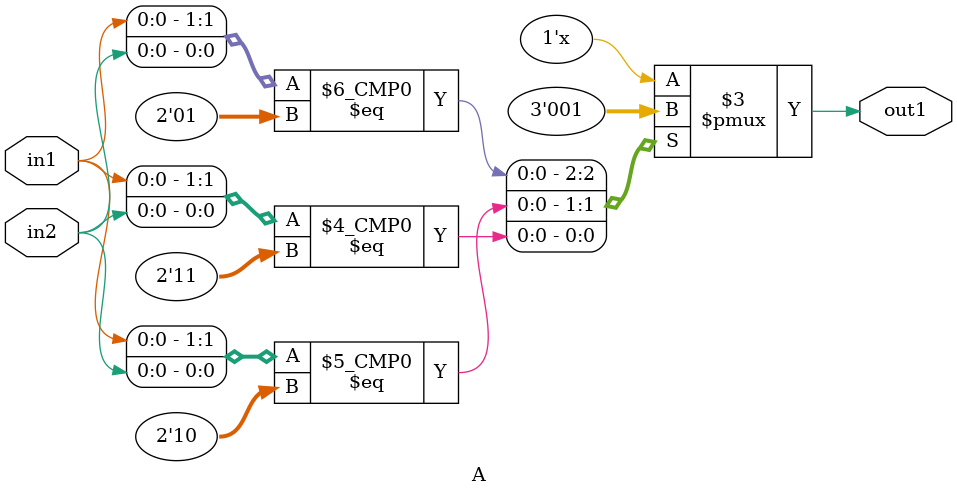
<source format=v>
module A(output out1,  input in1, in2);
 always@(in1,in2)
  begin
   case({in1,in2})
    2'b01: {out1} = 1'b0;
    2'b10: {out1} = 1'b0;
    2'b11: {out1} = 1'b1;
   endcase
  end
endmodule

</source>
